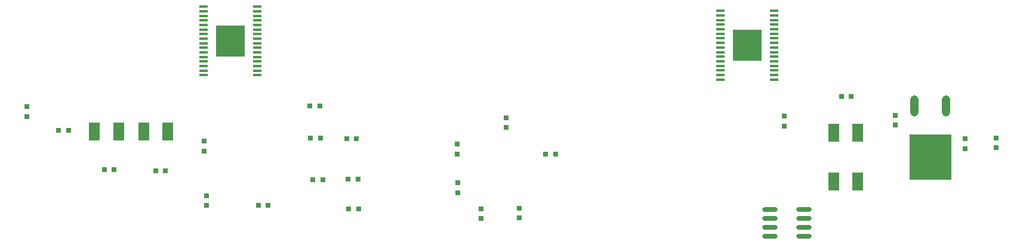
<source format=gbp>
%FSAX24Y24*%
%MOIN*%
G70*
G01*
G75*
G04 Layer_Color=128*
%ADD10R,0.0300X0.0300*%
%ADD11R,0.0300X0.0300*%
G04:AMPARAMS|DCode=12|XSize=79mil|YSize=44mil|CornerRadius=22mil|HoleSize=0mil|Usage=FLASHONLY|Rotation=90.000|XOffset=0mil|YOffset=0mil|HoleType=Round|Shape=RoundedRectangle|*
%AMROUNDEDRECTD12*
21,1,0.0790,0.0000,0,0,90.0*
21,1,0.0350,0.0440,0,0,90.0*
1,1,0.0440,0.0000,0.0175*
1,1,0.0440,0.0000,-0.0175*
1,1,0.0440,0.0000,-0.0175*
1,1,0.0440,0.0000,0.0175*
%
%ADD12ROUNDEDRECTD12*%
%ADD13R,0.0472X0.2400*%
%ADD14O,0.0709X0.0094*%
%ADD15O,0.0094X0.0709*%
%ADD16O,0.0472X0.1181*%
%ADD17R,0.2323X0.2559*%
%ADD18O,0.0827X0.0138*%
%ADD19C,0.0060*%
%ADD20C,0.0100*%
%ADD21C,0.0094*%
%ADD22C,0.0295*%
%ADD23C,0.0197*%
%ADD24C,0.0700*%
%ADD25R,0.0700X0.0700*%
%ADD26R,0.0700X0.0700*%
%ADD27C,0.0400*%
%ADD28O,0.0600X0.1000*%
%ADD29C,0.0600*%
%ADD30C,0.2500*%
%ADD31C,0.0276*%
%ADD32O,0.0866X0.0236*%
%ADD33R,0.0600X0.1000*%
%ADD34R,0.1618X0.1717*%
%ADD35R,0.0500X0.0120*%
%ADD36C,0.0080*%
%ADD37C,0.0050*%
%ADD38C,0.0098*%
%ADD39C,0.0236*%
%ADD40C,0.0079*%
%ADD41R,0.1000X0.0996*%
D10*
X021120Y063000D02*
D03*
X021670Y063000D02*
D03*
X019630Y064850D02*
D03*
X019080Y064850D02*
D03*
X019790Y060710D02*
D03*
X019240Y060710D02*
D03*
X016190Y059290D02*
D03*
X016740Y059290D02*
D03*
X021760Y060760D02*
D03*
X021210Y060760D02*
D03*
X005590Y063480D02*
D03*
X005040Y063480D02*
D03*
X032790Y062160D02*
D03*
X032240Y062160D02*
D03*
X049310Y065370D02*
D03*
X048760Y065370D02*
D03*
X007590Y061270D02*
D03*
X008140Y061270D02*
D03*
X019110Y063050D02*
D03*
X019660Y063050D02*
D03*
X010460Y061220D02*
D03*
X011010Y061220D02*
D03*
X021790Y059090D02*
D03*
X021240Y059090D02*
D03*
D11*
X027320Y059990D02*
D03*
X027320Y060540D02*
D03*
X030760Y059120D02*
D03*
X030760Y058570D02*
D03*
X045560Y063720D02*
D03*
X045560Y064270D02*
D03*
X030040Y063640D02*
D03*
X030040Y064190D02*
D03*
X027290Y062160D02*
D03*
X027290Y062710D02*
D03*
X028620Y058540D02*
D03*
X028620Y059090D02*
D03*
X013300Y059830D02*
D03*
X013300Y059280D02*
D03*
X013170Y062880D02*
D03*
X013170Y062330D02*
D03*
X057390Y063050D02*
D03*
X057390Y062500D02*
D03*
X055660Y063000D02*
D03*
X055660Y062450D02*
D03*
X003280Y064800D02*
D03*
X003280Y064250D02*
D03*
X051770Y063780D02*
D03*
X051770Y064330D02*
D03*
D16*
X054612Y064860D02*
D03*
X052840Y064860D02*
D03*
D17*
X053726Y061996D02*
D03*
D32*
X044775Y057560D02*
D03*
X044775Y058060D02*
D03*
X044775Y058560D02*
D03*
X044775Y059060D02*
D03*
X046665Y057560D02*
D03*
X046665Y058060D02*
D03*
X046665Y058560D02*
D03*
X046665Y059060D02*
D03*
D33*
X049670Y060610D02*
D03*
X048320Y060610D02*
D03*
X049670Y063366D02*
D03*
X048320Y063366D02*
D03*
X009794Y063423D02*
D03*
X011144Y063423D02*
D03*
X007038Y063423D02*
D03*
X008388Y063423D02*
D03*
D34*
X043500Y068250D02*
D03*
X014630Y068490D02*
D03*
D35*
X045005Y066331D02*
D03*
X045005Y066587D02*
D03*
X045005Y066843D02*
D03*
X045005Y067098D02*
D03*
X045005Y067354D02*
D03*
X045005Y067610D02*
D03*
X045005Y067866D02*
D03*
X045005Y068122D02*
D03*
X045005Y068378D02*
D03*
X045005Y068634D02*
D03*
X045005Y068890D02*
D03*
X045005Y069146D02*
D03*
X045005Y069402D02*
D03*
X045005Y069658D02*
D03*
X045005Y069913D02*
D03*
X045005Y070169D02*
D03*
X041995Y070169D02*
D03*
X041995Y069913D02*
D03*
X041995Y069658D02*
D03*
X041995Y069402D02*
D03*
X041995Y069146D02*
D03*
X041995Y068890D02*
D03*
X041995Y068634D02*
D03*
X041995Y068378D02*
D03*
X041995Y068122D02*
D03*
X041995Y067866D02*
D03*
X041995Y067610D02*
D03*
X041995Y067354D02*
D03*
X041995Y067098D02*
D03*
X041995Y066843D02*
D03*
X041995Y066587D02*
D03*
X041995Y066331D02*
D03*
X016135Y066571D02*
D03*
X016135Y066827D02*
D03*
X016135Y067083D02*
D03*
X016135Y067338D02*
D03*
X016135Y067594D02*
D03*
X016135Y067850D02*
D03*
X016135Y068106D02*
D03*
X016135Y068362D02*
D03*
X016135Y068618D02*
D03*
X016135Y068874D02*
D03*
X016135Y069130D02*
D03*
X016135Y069386D02*
D03*
X016135Y069642D02*
D03*
X016135Y069897D02*
D03*
X016135Y070153D02*
D03*
X016135Y070409D02*
D03*
X013125Y070409D02*
D03*
X013125Y070153D02*
D03*
X013125Y069897D02*
D03*
X013125Y069642D02*
D03*
X013125Y069386D02*
D03*
X013125Y069130D02*
D03*
X013125Y068874D02*
D03*
X013125Y068618D02*
D03*
X013125Y068362D02*
D03*
X013125Y068106D02*
D03*
X013125Y067850D02*
D03*
X013125Y067594D02*
D03*
X013125Y067338D02*
D03*
X013125Y067083D02*
D03*
X013125Y066827D02*
D03*
X013125Y066571D02*
D03*
M02*

</source>
